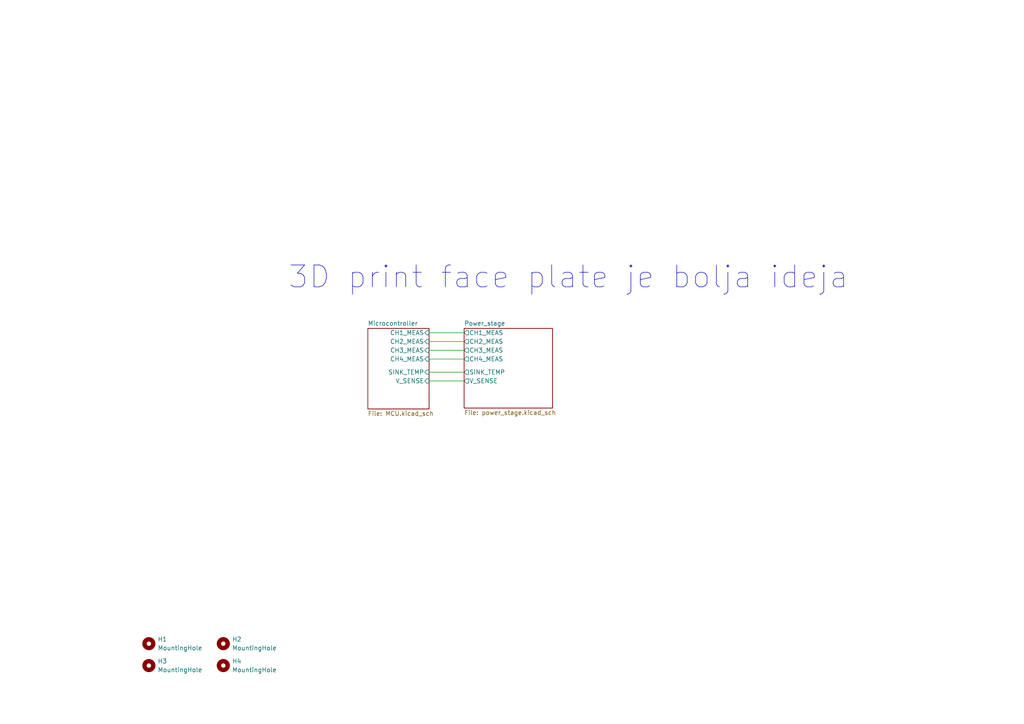
<source format=kicad_sch>
(kicad_sch (version 20250114) (generator "eeschema") (generator_version "9.0")
  (paper "A4")
  (lib_symbols
    (symbol "Mechanical:MountingHole" (pin_names (offset 1.016)) (in_bom no)
      (property "Reference" "H" (at 0 5.08 0))
      (property "Value" "MountingHole" (at 0 3.175 0))
      (symbol "MountingHole_0_1"
        (circle (center 0 0) (radius 1.27) (stroke (width 1.27)))
      )
    )
  )
  (text "3D print face plate je bolja ideja\n" (at 164.846 80.518 0) (effects (font (size 6.35 6.35))))
  (wire (pts (xy 124.46 110.49) (xy 134.62 110.49)))
  (wire (pts (xy 124.46 99.06) (xy 134.62 99.06)))
  (wire (pts (xy 124.46 101.6) (xy 134.62 101.6)))
  (wire (pts (xy 124.46 107.95) (xy 134.62 107.95)))
  (wire (pts (xy 124.46 104.14) (xy 134.62 104.14)))
  (wire (pts (xy 124.46 96.52) (xy 134.62 96.52)))
  (symbol (lib_id "Mechanical:MountingHole") (at 43.18 186.69 0) (unit 1) (in_bom no)
    (property "Reference" "H1" (at 45.72 185.4199 0) (effects (justify left)))
    (property "Value" "MountingHole" (at 45.72 187.9599 0) (effects (justify left)))
    (property "Footprint" "DC_load:M3_hole_with_spacer" (effects (hide yes)))
    (property "Description" "Mounting Hole without connection" (effects (hide yes)))
  )
  (symbol (lib_id "Mechanical:MountingHole") (at 64.77 186.69 0) (unit 1) (in_bom no)
    (property "Reference" "H2" (at 67.31 185.4199 0) (effects (justify left)))
    (property "Value" "MountingHole" (at 67.31 187.9599 0) (effects (justify left)))
    (property "Footprint" "DC_load:M3_hole_with_spacer" (effects (hide yes)))
    (property "Description" "Mounting Hole without connection" (effects (hide yes)))
  )
  (symbol (lib_id "Mechanical:MountingHole") (at 43.18 193.04 0) (unit 1) (in_bom no)
    (property "Reference" "H3" (at 45.72 191.7699 0) (effects (justify left)))
    (property "Value" "MountingHole" (at 45.72 194.3099 0) (effects (justify left)))
    (property "Footprint" "DC_load:M3_hole_with_spacer" (effects (hide yes)))
    (property "Description" "Mounting Hole without connection" (effects (hide yes)))
  )
  (symbol (lib_id "Mechanical:MountingHole") (at 64.77 193.04 0) (unit 1) (in_bom no)
    (property "Reference" "H4" (at 67.31 191.7699 0) (effects (justify left)))
    (property "Value" "MountingHole" (at 67.31 194.3099 0) (effects (justify left)))
    (property "Footprint" "DC_load:M3_hole_with_spacer" (effects (hide yes)))
    (property "Description" "Mounting Hole without connection" (effects (hide yes)))
  )
  (sheet (at 106.68 95.25) (size 17.78 23.368) (stroke (width 0.1524))
    (property "Sheetname" "Microcontroller" (at 106.68 94.5384 0) (effects (justify left bottom)))
    (property "Sheetfile" "MCU.kicad_sch" (at 106.68 119.2026 0) (effects (justify left top)))
    (pin "CH1_MEAS" input (at 124.46 96.52 0))
    (pin "CH4_MEAS" input (at 124.46 104.14 0))
    (pin "CH2_MEAS" input (at 124.46 99.06 0))
    (pin "CH3_MEAS" input (at 124.46 101.6 0))
    (pin "SINK_TEMP" input (at 124.46 107.95 0))
    (pin "V_SENSE" input (at 124.46 110.49 0))
  )
  (sheet (at 134.62 95.25) (size 25.654 23.114) (stroke (width 0.1524))
    (property "Sheetname" "Power_stage" (at 134.62 94.5384 0) (effects (justify left bottom)))
    (property "Sheetfile" "power_stage.kicad_sch" (at 134.62 118.9486 0) (effects (justify left top)))
    (pin "CH4_MEAS" output (at 134.62 104.14 180))
    (pin "CH1_MEAS" output (at 134.62 96.52 180))
    (pin "CH3_MEAS" output (at 134.62 101.6 180))
    (pin "CH2_MEAS" output (at 134.62 99.06 180))
    (pin "SINK_TEMP" output (at 134.62 107.95 180))
    (pin "V_SENSE" output (at 134.62 110.49 180))
  )
)
</source>
